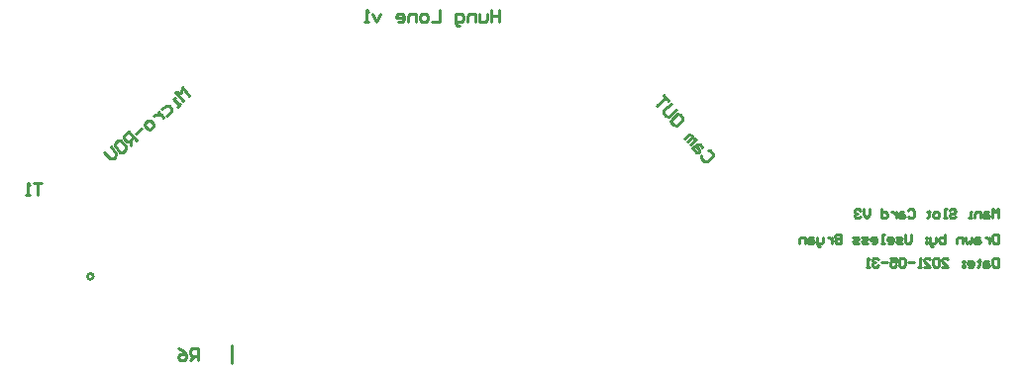
<source format=gbo>
G04*
G04 #@! TF.GenerationSoftware,Altium Limited,Altium Designer,20.1.11 (218)*
G04*
G04 Layer_Color=32896*
%FSLAX44Y44*%
%MOMM*%
G71*
G04*
G04 #@! TF.SameCoordinates,6F891966-A938-45B2-A706-970299DF58FA*
G04*
G04*
G04 #@! TF.FilePolarity,Positive*
G04*
G01*
G75*
%ADD10C,0.2540*%
D10*
X688340Y435610D02*
G03*
X688340Y435610I-2540J0D01*
G01*
X806761Y361820D02*
Y369440D01*
Y377060D01*
X1461980Y485650D02*
Y493268D01*
X1459441Y490728D01*
X1456902Y493268D01*
Y485650D01*
X1453093Y490728D02*
X1450554D01*
X1449284Y489459D01*
Y485650D01*
X1453093D01*
X1454362Y486920D01*
X1453093Y488189D01*
X1449284D01*
X1446745Y485650D02*
Y490728D01*
X1442936D01*
X1441667Y489459D01*
Y485650D01*
X1439127D02*
X1436588D01*
X1437858D01*
Y490728D01*
X1439127D01*
X1420084Y491998D02*
X1421353Y493268D01*
X1423892D01*
X1425162Y491998D01*
Y490728D01*
X1423892Y489459D01*
X1421353D01*
X1420084Y488189D01*
Y486920D01*
X1421353Y485650D01*
X1423892D01*
X1425162Y486920D01*
X1417544Y485650D02*
X1415005D01*
X1416275D01*
Y493268D01*
X1417544D01*
X1409927Y485650D02*
X1407388D01*
X1406118Y486920D01*
Y489459D01*
X1407388Y490728D01*
X1409927D01*
X1411196Y489459D01*
Y486920D01*
X1409927Y485650D01*
X1402309Y491998D02*
Y490728D01*
X1403579D01*
X1401040D01*
X1402309D01*
Y486920D01*
X1401040Y485650D01*
X1384535Y491998D02*
X1385805Y493268D01*
X1388344D01*
X1389613Y491998D01*
Y486920D01*
X1388344Y485650D01*
X1385805D01*
X1384535Y486920D01*
X1380726Y490728D02*
X1378187D01*
X1376918Y489459D01*
Y485650D01*
X1380726D01*
X1381996Y486920D01*
X1380726Y488189D01*
X1376918D01*
X1374378Y490728D02*
Y485650D01*
Y488189D01*
X1373109Y489459D01*
X1371839Y490728D01*
X1370570D01*
X1361682Y493268D02*
Y485650D01*
X1365491D01*
X1366761Y486920D01*
Y489459D01*
X1365491Y490728D01*
X1361682D01*
X1351526Y493268D02*
Y488189D01*
X1348987Y485650D01*
X1346447Y488189D01*
Y493268D01*
X1343908Y491998D02*
X1342639Y493268D01*
X1340099D01*
X1338830Y491998D01*
Y490728D01*
X1340099Y489459D01*
X1341369D01*
X1340099D01*
X1338830Y488189D01*
Y486920D01*
X1340099Y485650D01*
X1342639D01*
X1343908Y486920D01*
X1461980Y471677D02*
Y464059D01*
X1458171D01*
X1456902Y465329D01*
Y470407D01*
X1458171Y471677D01*
X1461980D01*
X1454362Y469137D02*
Y464059D01*
Y466598D01*
X1453093Y467868D01*
X1451823Y469137D01*
X1450554D01*
X1445475D02*
X1442936D01*
X1441667Y467868D01*
Y464059D01*
X1445475D01*
X1446745Y465329D01*
X1445475Y466598D01*
X1441667D01*
X1439127Y469137D02*
Y465329D01*
X1437858Y464059D01*
X1436588Y465329D01*
X1435319Y464059D01*
X1434049Y465329D01*
Y469137D01*
X1431510Y464059D02*
Y469137D01*
X1427701D01*
X1426432Y467868D01*
Y464059D01*
X1416275Y471677D02*
Y464059D01*
X1412466D01*
X1411196Y465329D01*
Y466598D01*
Y467868D01*
X1412466Y469137D01*
X1416275D01*
X1408657D02*
Y465329D01*
X1407388Y464059D01*
X1403579D01*
Y462790D01*
X1404848Y461520D01*
X1406118D01*
X1403579Y464059D02*
Y469137D01*
X1401040D02*
X1399770D01*
Y467868D01*
X1401040D01*
Y469137D01*
Y465329D02*
X1399770D01*
Y464059D01*
X1401040D01*
Y465329D01*
X1387074Y471677D02*
Y465329D01*
X1385805Y464059D01*
X1383266D01*
X1381996Y465329D01*
Y471677D01*
X1379457Y464059D02*
X1375648D01*
X1374378Y465329D01*
X1375648Y466598D01*
X1378187D01*
X1379457Y467868D01*
X1378187Y469137D01*
X1374378D01*
X1368030Y464059D02*
X1370570D01*
X1371839Y465329D01*
Y467868D01*
X1370570Y469137D01*
X1368030D01*
X1366761Y467868D01*
Y466598D01*
X1371839D01*
X1364222Y464059D02*
X1361682D01*
X1362952D01*
Y471677D01*
X1364222D01*
X1354065Y464059D02*
X1356604D01*
X1357874Y465329D01*
Y467868D01*
X1356604Y469137D01*
X1354065D01*
X1352795Y467868D01*
Y466598D01*
X1357874D01*
X1350256Y464059D02*
X1346447D01*
X1345178Y465329D01*
X1346447Y466598D01*
X1348987D01*
X1350256Y467868D01*
X1348987Y469137D01*
X1345178D01*
X1342639Y464059D02*
X1338830D01*
X1337560Y465329D01*
X1338830Y466598D01*
X1341369D01*
X1342639Y467868D01*
X1341369Y469137D01*
X1337560D01*
X1327404Y471677D02*
Y464059D01*
X1323595D01*
X1322325Y465329D01*
Y466598D01*
X1323595Y467868D01*
X1327404D01*
X1323595D01*
X1322325Y469137D01*
Y470407D01*
X1323595Y471677D01*
X1327404D01*
X1319786Y469137D02*
Y464059D01*
Y466598D01*
X1318517Y467868D01*
X1317247Y469137D01*
X1315977D01*
X1312168D02*
Y465329D01*
X1310899Y464059D01*
X1307090D01*
Y462790D01*
X1308360Y461520D01*
X1309629D01*
X1307090Y464059D02*
Y469137D01*
X1303281D02*
X1300742D01*
X1299473Y467868D01*
Y464059D01*
X1303281D01*
X1304551Y465329D01*
X1303281Y466598D01*
X1299473D01*
X1296933Y464059D02*
Y469137D01*
X1293125D01*
X1291855Y467868D01*
Y464059D01*
X1461980Y451357D02*
Y443740D01*
X1458171D01*
X1456902Y445010D01*
Y450088D01*
X1458171Y451357D01*
X1461980D01*
X1453093Y448818D02*
X1450554D01*
X1449284Y447549D01*
Y443740D01*
X1453093D01*
X1454362Y445010D01*
X1453093Y446279D01*
X1449284D01*
X1445475Y450088D02*
Y448818D01*
X1446745D01*
X1444206D01*
X1445475D01*
Y445010D01*
X1444206Y443740D01*
X1436588D02*
X1439127D01*
X1440397Y445010D01*
Y447549D01*
X1439127Y448818D01*
X1436588D01*
X1435319Y447549D01*
Y446279D01*
X1440397D01*
X1432780Y448818D02*
X1431510D01*
Y447549D01*
X1432780D01*
Y448818D01*
Y445010D02*
X1431510D01*
Y443740D01*
X1432780D01*
Y445010D01*
X1413736Y443740D02*
X1418814D01*
X1413736Y448818D01*
Y450088D01*
X1415005Y451357D01*
X1417544D01*
X1418814Y450088D01*
X1411196D02*
X1409927Y451357D01*
X1407388D01*
X1406118Y450088D01*
Y445010D01*
X1407388Y443740D01*
X1409927D01*
X1411196Y445010D01*
Y450088D01*
X1398501Y443740D02*
X1403579D01*
X1398501Y448818D01*
Y450088D01*
X1399770Y451357D01*
X1402309D01*
X1403579Y450088D01*
X1395961Y443740D02*
X1393422D01*
X1394692D01*
Y451357D01*
X1395961Y450088D01*
X1389613Y447549D02*
X1384535D01*
X1381996Y450088D02*
X1380726Y451357D01*
X1378187D01*
X1376918Y450088D01*
Y445010D01*
X1378187Y443740D01*
X1380726D01*
X1381996Y445010D01*
Y450088D01*
X1369300Y451357D02*
X1374378D01*
Y447549D01*
X1371839Y448818D01*
X1370570D01*
X1369300Y447549D01*
Y445010D01*
X1370570Y443740D01*
X1373109D01*
X1374378Y445010D01*
X1366761Y447549D02*
X1361682D01*
X1359143Y450088D02*
X1357874Y451357D01*
X1355335D01*
X1354065Y450088D01*
Y448818D01*
X1355335Y447549D01*
X1356604D01*
X1355335D01*
X1354065Y446279D01*
Y445010D01*
X1355335Y443740D01*
X1357874D01*
X1359143Y445010D01*
X1351526Y443740D02*
X1348987D01*
X1350256D01*
Y451357D01*
X1351526Y450088D01*
X777437Y364362D02*
Y374518D01*
X772359D01*
X770666Y372826D01*
Y369440D01*
X772359Y367747D01*
X777437D01*
X774052D02*
X770666Y364362D01*
X760509Y374518D02*
X763895Y372826D01*
X767281Y369440D01*
Y366054D01*
X765588Y364362D01*
X762202D01*
X760509Y366054D01*
Y367747D01*
X762202Y369440D01*
X767281D01*
X644131Y515366D02*
X637360D01*
X640746D01*
Y505210D01*
X633975D02*
X630589D01*
X632282D01*
Y515366D01*
X633975Y513674D01*
X1213446Y543269D02*
X1215831Y543061D01*
X1218007Y540467D01*
X1217798Y538082D01*
X1212611Y533730D01*
X1210227Y533939D01*
X1208050Y536532D01*
X1208259Y538917D01*
X1208885Y546072D02*
X1206709Y548665D01*
X1204324Y548874D01*
X1200434Y545609D01*
X1203698Y541719D01*
X1206083Y541510D01*
X1206292Y543895D01*
X1203027Y547785D01*
X1198258Y548203D02*
X1203445Y552555D01*
X1202356Y553852D01*
X1199971Y554061D01*
X1196081Y550796D01*
X1199971Y554061D01*
X1200180Y556446D01*
X1197795Y556654D01*
X1193905Y553390D01*
X1189716Y574183D02*
X1191893Y571589D01*
X1191684Y569204D01*
X1186497Y564852D01*
X1184112Y565061D01*
X1181936Y567654D01*
X1182145Y570039D01*
X1187332Y574391D01*
X1189716Y574183D01*
X1186452Y578073D02*
X1179968Y572632D01*
X1177583Y572841D01*
X1175407Y575435D01*
X1175616Y577819D01*
X1182100Y583260D01*
X1179923Y585854D02*
X1175571Y591040D01*
X1177747Y588447D01*
X1169967Y581918D01*
X1035455Y663361D02*
Y653204D01*
Y658283D01*
X1028684D01*
Y663361D01*
Y653204D01*
X1025298Y659976D02*
Y654897D01*
X1023605Y653204D01*
X1018527D01*
Y659976D01*
X1015141Y653204D02*
Y659976D01*
X1010063D01*
X1008370Y658283D01*
Y653204D01*
X1001599Y649819D02*
X999906D01*
X998213Y651512D01*
Y659976D01*
X1003292D01*
X1004985Y658283D01*
Y654897D01*
X1003292Y653204D01*
X998213D01*
X984671Y663361D02*
Y653204D01*
X977900D01*
X972822D02*
X969436D01*
X967743Y654897D01*
Y658283D01*
X969436Y659976D01*
X972822D01*
X974514Y658283D01*
Y654897D01*
X972822Y653204D01*
X964358D02*
Y659976D01*
X959279D01*
X957587Y658283D01*
Y653204D01*
X949123D02*
X952508D01*
X954201Y654897D01*
Y658283D01*
X952508Y659976D01*
X949123D01*
X947430Y658283D01*
Y656590D01*
X954201D01*
X933887Y659976D02*
X930502Y653204D01*
X927116Y659976D01*
X923731Y653204D02*
X920345D01*
X922038D01*
Y663361D01*
X923731Y661668D01*
X770400Y589788D02*
X763872Y597569D01*
X763454Y592799D01*
X758684Y593216D01*
X765213Y585436D01*
X762620Y583259D02*
X760026Y581083D01*
X761323Y582171D01*
X756970Y587358D01*
X758267Y588446D01*
X746596Y578653D02*
X750487Y581918D01*
X752871Y581709D01*
X755048Y579116D01*
X754839Y576731D01*
X750949Y573466D01*
X744003Y576477D02*
X748355Y571290D01*
X746179Y573884D01*
X743794Y574092D01*
X741409Y574301D01*
X740113Y573213D01*
X739278Y563674D02*
X736685Y561497D01*
X734300Y561706D01*
X732123Y564300D01*
X732332Y566684D01*
X734926Y568861D01*
X737310Y568652D01*
X739487Y566058D01*
X739278Y563674D01*
X729530Y562123D02*
X724343Y557771D01*
X725014Y551704D02*
X718485Y559485D01*
X714595Y556221D01*
X714386Y553836D01*
X716562Y551242D01*
X718947Y551034D01*
X722838Y554298D01*
X720244Y552122D02*
X719827Y547352D01*
X706814Y549692D02*
X709408Y551868D01*
X711793Y551660D01*
X716145Y546473D01*
X715937Y544088D01*
X713343Y541912D01*
X710958Y542120D01*
X706606Y547307D01*
X706814Y549692D01*
X702924Y546428D02*
X707277Y541241D01*
X706859Y536471D01*
X702090Y536888D01*
X697737Y542075D01*
M02*

</source>
